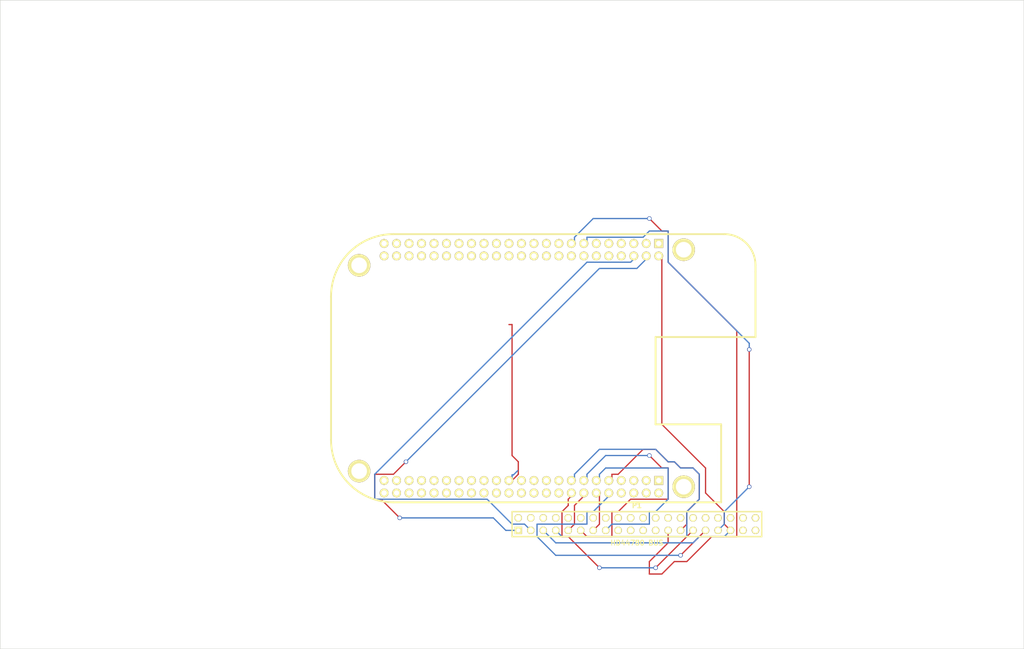
<source format=kicad_pcb>
(kicad_pcb (version 3) (host pcbnew "(2013-dec-23)-stable")

  (general
    (links 14)
    (no_connects 0)
    (area 69.85 40.64 279.4 173.99)
    (thickness 1.6)
    (drawings 5)
    (tracks 155)
    (zones 0)
    (modules 2)
    (nets 14)
  )

  (page A3)
  (layers
    (15 F.Cu signal)
    (0 B.Cu signal)
    (16 B.Adhes user)
    (17 F.Adhes user)
    (18 B.Paste user)
    (19 F.Paste user)
    (20 B.SilkS user)
    (21 F.SilkS user)
    (22 B.Mask user)
    (23 F.Mask user)
    (24 Dwgs.User user)
    (25 Cmts.User user)
    (26 Eco1.User user)
    (27 Eco2.User user)
    (28 Edge.Cuts user)
  )

  (setup
    (last_trace_width 0.254)
    (trace_clearance 0.254)
    (zone_clearance 0.508)
    (zone_45_only no)
    (trace_min 0.254)
    (segment_width 0.2)
    (edge_width 0.1)
    (via_size 0.889)
    (via_drill 0.635)
    (via_min_size 0.889)
    (via_min_drill 0.508)
    (uvia_size 0.508)
    (uvia_drill 0.127)
    (uvias_allowed no)
    (uvia_min_size 0.508)
    (uvia_min_drill 0.127)
    (pcb_text_width 0.3)
    (pcb_text_size 1.5 1.5)
    (mod_edge_width 0.15)
    (mod_text_size 1 1)
    (mod_text_width 0.15)
    (pad_size 1.5 1.5)
    (pad_drill 0.6)
    (pad_to_mask_clearance 0)
    (aux_axis_origin 0 0)
    (visible_elements FFFFFFBF)
    (pcbplotparams
      (layerselection 3178497)
      (usegerberextensions true)
      (excludeedgelayer true)
      (linewidth 0.150000)
      (plotframeref false)
      (viasonmask false)
      (mode 1)
      (useauxorigin false)
      (hpglpennumber 1)
      (hpglpenspeed 20)
      (hpglpendiameter 15)
      (hpglpenoverlay 2)
      (psnegative false)
      (psa4output false)
      (plotreference true)
      (plotvalue true)
      (plotothertext true)
      (plotinvisibletext false)
      (padsonsilk false)
      (subtractmaskfromsilk false)
      (outputformat 1)
      (mirror false)
      (drillshape 1)
      (scaleselection 1)
      (outputdirectory ""))
  )

  (net 0 "")
  (net 1 +3.3V)
  (net 2 +5V)
  (net 3 GND)
  (net 4 N-0000010)
  (net 5 N-0000021)
  (net 6 N-0000024)
  (net 7 N-0000026)
  (net 8 N-0000030)
  (net 9 N-0000032)
  (net 10 N-0000033)
  (net 11 N-0000035)
  (net 12 N-0000037)
  (net 13 N-000004)

  (net_class Default "This is the default net class."
    (clearance 0.254)
    (trace_width 0.254)
    (via_dia 0.889)
    (via_drill 0.635)
    (uvia_dia 0.508)
    (uvia_drill 0.127)
    (add_net "")
    (add_net +3.3V)
    (add_net +5V)
    (add_net GND)
    (add_net N-0000010)
    (add_net N-0000021)
    (add_net N-0000024)
    (add_net N-0000026)
    (add_net N-0000030)
    (add_net N-0000032)
    (add_net N-0000033)
    (add_net N-0000035)
    (add_net N-0000037)
    (add_net N-000004)
  )

  (module BEAGLEBONEBLACK   placed (layer F.Cu) (tedit 52ED8D82) (tstamp 53179A26)
    (at 181.61 116.84)
    (tags "beaglebone black")
    (path /531796EA)
    (fp_text reference U1 (at 0 1.778) (layer F.SilkS) hide
      (effects (font (size 1.524 1.524) (thickness 0.3048)))
    )
    (fp_text value BEAGLEBONEBLACK (at 0 -1.143) (layer F.SilkS) hide
      (effects (font (size 1.524 1.524) (thickness 0.3048)))
    )
    (fp_line (start 36.195 11.811) (end 36.195 11.43) (layer F.SilkS) (width 0.381))
    (fp_line (start 36.195 11.43) (end 22.86 11.43) (layer F.SilkS) (width 0.381))
    (fp_line (start 22.86 11.43) (end 22.86 -6.35) (layer F.SilkS) (width 0.381))
    (fp_line (start 22.86 -6.35) (end 43.18 -6.35) (layer F.SilkS) (width 0.381))
    (fp_line (start 43.18 -6.35) (end 43.18 -6.731) (layer F.SilkS) (width 0.381))
    (fp_line (start -30.48 27.305) (end 36.195 27.305) (layer F.SilkS) (width 0.381))
    (fp_line (start 36.195 27.305) (end 36.195 11.811) (layer F.SilkS) (width 0.381))
    (fp_line (start 43.18 -6.731) (end 43.18 -19.685) (layer F.SilkS) (width 0.381))
    (fp_line (start 43.18 -20.955) (end 43.18 -19.685) (layer F.SilkS) (width 0.381))
    (fp_line (start -30.48 -27.305) (end 36.83 -27.305) (layer F.SilkS) (width 0.381))
    (fp_line (start -43.18 -14.605) (end -43.18 14.605) (layer F.SilkS) (width 0.381))
    (fp_arc (start -30.48 -14.605) (end -43.18 -14.605) (angle 90) (layer F.SilkS) (width 0.381))
    (fp_arc (start -30.48 14.605) (end -30.48 27.305) (angle 90) (layer F.SilkS) (width 0.381))
    (fp_arc (start 36.83 -20.955) (end 36.83 -27.305) (angle 90) (layer F.SilkS) (width 0.381))
    (pad M1 thru_hole circle (at -37.465 -20.955) (size 4.572 4.572) (drill 3.175)
      (layers *.Cu *.Mask F.SilkS)
    )
    (pad M2 thru_hole circle (at 28.575 -24.13) (size 4.572 4.572) (drill 3.175)
      (layers *.Cu *.Mask F.SilkS)
    )
    (pad M3 thru_hole circle (at 28.575 24.13) (size 4.572 4.572) (drill 3.175)
      (layers *.Cu *.Mask F.SilkS)
    )
    (pad M4 thru_hole circle (at -37.465 20.955) (size 4.572 4.572) (drill 3.175)
      (layers *.Cu *.Mask F.SilkS)
    )
    (pad C1 thru_hole rect (at 23.495 -25.4) (size 1.8 1.8) (drill 1.1)
      (layers *.Cu *.Mask F.SilkS)
    )
    (pad C2 thru_hole circle (at 23.495 -22.86) (size 1.8 1.8) (drill 1.1)
      (layers *.Cu *.Mask F.SilkS)
      (net 3 GND)
    )
    (pad C3 thru_hole circle (at 20.955 -25.4) (size 1.8 1.8) (drill 1.1)
      (layers *.Cu *.Mask F.SilkS)
    )
    (pad C4 thru_hole circle (at 20.955 -22.86) (size 1.8 1.8) (drill 1.1)
      (layers *.Cu *.Mask F.SilkS)
      (net 1 +3.3V)
    )
    (pad C5 thru_hole circle (at 18.415 -25.4) (size 1.8 1.8) (drill 1.1)
      (layers *.Cu *.Mask F.SilkS)
    )
    (pad C6 thru_hole circle (at 18.415 -22.86) (size 1.8 1.8) (drill 1.1)
      (layers *.Cu *.Mask F.SilkS)
      (net 2 +5V)
    )
    (pad C7 thru_hole circle (at 15.875 -25.4) (size 1.8 1.8) (drill 1.1)
      (layers *.Cu *.Mask F.SilkS)
    )
    (pad C8 thru_hole circle (at 15.875 -22.86) (size 1.8 1.8) (drill 1.1)
      (layers *.Cu *.Mask F.SilkS)
    )
    (pad C9 thru_hole circle (at 13.335 -25.4) (size 1.8 1.8) (drill 1.1)
      (layers *.Cu *.Mask F.SilkS)
    )
    (pad C10 thru_hole circle (at 13.335 -22.86) (size 1.8 1.8) (drill 1.1)
      (layers *.Cu *.Mask F.SilkS)
    )
    (pad C11 thru_hole circle (at 10.795 -25.4) (size 1.8 1.8) (drill 1.1)
      (layers *.Cu *.Mask F.SilkS)
    )
    (pad C12 thru_hole circle (at 10.795 -22.86) (size 1.8 1.8) (drill 1.1)
      (layers *.Cu *.Mask F.SilkS)
    )
    (pad C13 thru_hole circle (at 8.255 -25.4) (size 1.8 1.8) (drill 1.1)
      (layers *.Cu *.Mask F.SilkS)
      (net 7 N-0000026)
    )
    (pad C14 thru_hole circle (at 8.255 -22.86) (size 1.8 1.8) (drill 1.1)
      (layers *.Cu *.Mask F.SilkS)
    )
    (pad C15 thru_hole circle (at 5.715 -25.4) (size 1.8 1.8) (drill 1.1)
      (layers *.Cu *.Mask F.SilkS)
      (net 8 N-0000030)
    )
    (pad C16 thru_hole circle (at 5.715 -22.86) (size 1.8 1.8) (drill 1.1)
      (layers *.Cu *.Mask F.SilkS)
    )
    (pad C17 thru_hole circle (at 3.175 -25.4) (size 1.8 1.8) (drill 1.1)
      (layers *.Cu *.Mask F.SilkS)
    )
    (pad C18 thru_hole circle (at 3.175 -22.86) (size 1.8 1.8) (drill 1.1)
      (layers *.Cu *.Mask F.SilkS)
    )
    (pad C19 thru_hole circle (at 0.635 -25.4) (size 1.8 1.8) (drill 1.1)
      (layers *.Cu *.Mask F.SilkS)
    )
    (pad C20 thru_hole circle (at 0.635 -22.86) (size 1.8 1.8) (drill 1.1)
      (layers *.Cu *.Mask F.SilkS)
    )
    (pad C21 thru_hole circle (at -1.905 -25.4) (size 1.8 1.8) (drill 1.1)
      (layers *.Cu *.Mask F.SilkS)
    )
    (pad C22 thru_hole circle (at -1.905 -22.86) (size 1.8 1.8) (drill 1.1)
      (layers *.Cu *.Mask F.SilkS)
    )
    (pad C23 thru_hole circle (at -4.445 -25.4) (size 1.8 1.8) (drill 1.1)
      (layers *.Cu *.Mask F.SilkS)
    )
    (pad C24 thru_hole circle (at -4.445 -22.86) (size 1.8 1.8) (drill 1.1)
      (layers *.Cu *.Mask F.SilkS)
    )
    (pad C25 thru_hole circle (at -6.985 -25.4) (size 1.8 1.8) (drill 1.1)
      (layers *.Cu *.Mask F.SilkS)
    )
    (pad C26 thru_hole circle (at -6.985 -22.86) (size 1.8 1.8) (drill 1.1)
      (layers *.Cu *.Mask F.SilkS)
    )
    (pad C27 thru_hole circle (at -9.525 -25.4) (size 1.8 1.8) (drill 1.1)
      (layers *.Cu *.Mask F.SilkS)
    )
    (pad C28 thru_hole circle (at -9.525 -22.86) (size 1.8 1.8) (drill 1.1)
      (layers *.Cu *.Mask F.SilkS)
    )
    (pad C29 thru_hole circle (at -12.065 -25.4) (size 1.8 1.8) (drill 1.1)
      (layers *.Cu *.Mask F.SilkS)
    )
    (pad C30 thru_hole circle (at -12.065 -22.86) (size 1.8 1.8) (drill 1.1)
      (layers *.Cu *.Mask F.SilkS)
    )
    (pad C31 thru_hole circle (at -14.605 -25.4) (size 1.8 1.8) (drill 1.1)
      (layers *.Cu *.Mask F.SilkS)
    )
    (pad C32 thru_hole circle (at -14.605 -22.86) (size 1.8 1.8) (drill 1.1)
      (layers *.Cu *.Mask F.SilkS)
    )
    (pad C33 thru_hole circle (at -17.145 -25.4) (size 1.8 1.8) (drill 1.1)
      (layers *.Cu *.Mask F.SilkS)
    )
    (pad C34 thru_hole circle (at -17.145 -22.86) (size 1.8 1.8) (drill 1.1)
      (layers *.Cu *.Mask F.SilkS)
    )
    (pad C35 thru_hole circle (at -19.685 -25.4) (size 1.8 1.8) (drill 1.1)
      (layers *.Cu *.Mask F.SilkS)
    )
    (pad C36 thru_hole circle (at -19.685 -22.86) (size 1.8 1.8) (drill 1.1)
      (layers *.Cu *.Mask F.SilkS)
    )
    (pad C37 thru_hole circle (at -22.225 -25.4) (size 1.8 1.8) (drill 1.1)
      (layers *.Cu *.Mask F.SilkS)
    )
    (pad C38 thru_hole circle (at -22.225 -22.86) (size 1.8 1.8) (drill 1.1)
      (layers *.Cu *.Mask F.SilkS)
    )
    (pad C39 thru_hole circle (at -24.765 -25.4) (size 1.8 1.8) (drill 1.1)
      (layers *.Cu *.Mask F.SilkS)
    )
    (pad C40 thru_hole circle (at -24.765 -22.86) (size 1.8 1.8) (drill 1.1)
      (layers *.Cu *.Mask F.SilkS)
    )
    (pad C41 thru_hole circle (at -27.305 -25.4) (size 1.8 1.8) (drill 1.1)
      (layers *.Cu *.Mask F.SilkS)
    )
    (pad C42 thru_hole circle (at -27.305 -22.86) (size 1.8 1.8) (drill 1.1)
      (layers *.Cu *.Mask F.SilkS)
    )
    (pad C43 thru_hole circle (at -29.845 -25.4) (size 1.8 1.8) (drill 1.1)
      (layers *.Cu *.Mask F.SilkS)
    )
    (pad C44 thru_hole circle (at -29.845 -22.86) (size 1.8 1.8) (drill 1.1)
      (layers *.Cu *.Mask F.SilkS)
    )
    (pad C45 thru_hole circle (at -32.385 -25.4) (size 1.8 1.8) (drill 1.1)
      (layers *.Cu *.Mask F.SilkS)
    )
    (pad C46 thru_hole circle (at -32.385 -22.86) (size 1.8 1.8) (drill 1.1)
      (layers *.Cu *.Mask F.SilkS)
    )
    (pad B1 thru_hole rect (at 23.495 22.86) (size 1.8 1.8) (drill 1.1)
      (layers *.Cu *.Mask F.SilkS)
    )
    (pad B2 thru_hole circle (at 23.495 25.4) (size 1.8 1.8) (drill 1.1)
      (layers *.Cu *.Mask F.SilkS)
    )
    (pad B3 thru_hole circle (at 20.955 22.86) (size 1.8 1.8) (drill 1.1)
      (layers *.Cu *.Mask F.SilkS)
    )
    (pad B4 thru_hole circle (at 20.955 25.4) (size 1.8 1.8) (drill 1.1)
      (layers *.Cu *.Mask F.SilkS)
    )
    (pad B5 thru_hole circle (at 18.415 22.86) (size 1.8 1.8) (drill 1.1)
      (layers *.Cu *.Mask F.SilkS)
    )
    (pad B6 thru_hole circle (at 18.415 25.4) (size 1.8 1.8) (drill 1.1)
      (layers *.Cu *.Mask F.SilkS)
    )
    (pad B7 thru_hole circle (at 15.875 22.86) (size 1.8 1.8) (drill 1.1)
      (layers *.Cu *.Mask F.SilkS)
    )
    (pad B8 thru_hole circle (at 15.875 25.4) (size 1.8 1.8) (drill 1.1)
      (layers *.Cu *.Mask F.SilkS)
    )
    (pad B9 thru_hole circle (at 13.335 22.86) (size 1.8 1.8) (drill 1.1)
      (layers *.Cu *.Mask F.SilkS)
      (net 13 N-000004)
    )
    (pad B10 thru_hole circle (at 13.335 25.4) (size 1.8 1.8) (drill 1.1)
      (layers *.Cu *.Mask F.SilkS)
      (net 5 N-0000021)
    )
    (pad B11 thru_hole circle (at 10.795 22.86) (size 1.8 1.8) (drill 1.1)
      (layers *.Cu *.Mask F.SilkS)
      (net 9 N-0000032)
    )
    (pad B12 thru_hole circle (at 10.795 25.4) (size 1.8 1.8) (drill 1.1)
      (layers *.Cu *.Mask F.SilkS)
      (net 6 N-0000024)
    )
    (pad B13 thru_hole circle (at 8.255 22.86) (size 1.8 1.8) (drill 1.1)
      (layers *.Cu *.Mask F.SilkS)
      (net 12 N-0000037)
    )
    (pad B14 thru_hole circle (at 8.255 25.4) (size 1.8 1.8) (drill 1.1)
      (layers *.Cu *.Mask F.SilkS)
      (net 10 N-0000033)
    )
    (pad B15 thru_hole circle (at 5.715 22.86) (size 1.8 1.8) (drill 1.1)
      (layers *.Cu *.Mask F.SilkS)
      (net 11 N-0000035)
    )
    (pad B16 thru_hole circle (at 5.715 25.4) (size 1.8 1.8) (drill 1.1)
      (layers *.Cu *.Mask F.SilkS)
      (net 4 N-0000010)
    )
    (pad B17 thru_hole circle (at 3.175 22.86) (size 1.8 1.8) (drill 1.1)
      (layers *.Cu *.Mask F.SilkS)
    )
    (pad B18 thru_hole circle (at 3.175 25.4) (size 1.8 1.8) (drill 1.1)
      (layers *.Cu *.Mask F.SilkS)
    )
    (pad B19 thru_hole circle (at 0.635 22.86) (size 1.8 1.8) (drill 1.1)
      (layers *.Cu *.Mask F.SilkS)
    )
    (pad B20 thru_hole circle (at 0.635 25.4) (size 1.8 1.8) (drill 1.1)
      (layers *.Cu *.Mask F.SilkS)
    )
    (pad B21 thru_hole circle (at -1.905 22.86) (size 1.8 1.8) (drill 1.1)
      (layers *.Cu *.Mask F.SilkS)
    )
    (pad B22 thru_hole circle (at -1.905 25.4) (size 1.8 1.8) (drill 1.1)
      (layers *.Cu *.Mask F.SilkS)
    )
    (pad B23 thru_hole circle (at -4.445 22.86) (size 1.8 1.8) (drill 1.1)
      (layers *.Cu *.Mask F.SilkS)
    )
    (pad B24 thru_hole circle (at -4.445 25.4) (size 1.8 1.8) (drill 1.1)
      (layers *.Cu *.Mask F.SilkS)
    )
    (pad B25 thru_hole circle (at -6.985 22.86) (size 1.8 1.8) (drill 1.1)
      (layers *.Cu *.Mask F.SilkS)
    )
    (pad B26 thru_hole circle (at -6.985 25.4) (size 1.8 1.8) (drill 1.1)
      (layers *.Cu *.Mask F.SilkS)
    )
    (pad B27 thru_hole circle (at -9.525 22.86) (size 1.8 1.8) (drill 1.1)
      (layers *.Cu *.Mask F.SilkS)
    )
    (pad B28 thru_hole circle (at -9.525 25.4) (size 1.8 1.8) (drill 1.1)
      (layers *.Cu *.Mask F.SilkS)
    )
    (pad B29 thru_hole circle (at -12.065 22.86) (size 1.8 1.8) (drill 1.1)
      (layers *.Cu *.Mask F.SilkS)
    )
    (pad B30 thru_hole circle (at -12.065 25.4) (size 1.8 1.8) (drill 1.1)
      (layers *.Cu *.Mask F.SilkS)
    )
    (pad B31 thru_hole circle (at -14.605 22.86) (size 1.8 1.8) (drill 1.1)
      (layers *.Cu *.Mask F.SilkS)
    )
    (pad B32 thru_hole circle (at -14.605 25.4) (size 1.8 1.8) (drill 1.1)
      (layers *.Cu *.Mask F.SilkS)
    )
    (pad B33 thru_hole circle (at -17.145 22.86) (size 1.8 1.8) (drill 1.1)
      (layers *.Cu *.Mask F.SilkS)
    )
    (pad B34 thru_hole circle (at -17.145 25.4) (size 1.8 1.8) (drill 1.1)
      (layers *.Cu *.Mask F.SilkS)
    )
    (pad B35 thru_hole circle (at -19.685 22.86) (size 1.8 1.8) (drill 1.1)
      (layers *.Cu *.Mask F.SilkS)
    )
    (pad B36 thru_hole circle (at -19.685 25.4) (size 1.8 1.8) (drill 1.1)
      (layers *.Cu *.Mask F.SilkS)
    )
    (pad B37 thru_hole circle (at -22.225 22.86) (size 1.8 1.8) (drill 1.1)
      (layers *.Cu *.Mask F.SilkS)
    )
    (pad B38 thru_hole circle (at -22.225 25.4) (size 1.8 1.8) (drill 1.1)
      (layers *.Cu *.Mask F.SilkS)
    )
    (pad B39 thru_hole circle (at -24.765 22.86) (size 1.8 1.8) (drill 1.1)
      (layers *.Cu *.Mask F.SilkS)
    )
    (pad B40 thru_hole circle (at -24.765 25.4) (size 1.8 1.8) (drill 1.1)
      (layers *.Cu *.Mask F.SilkS)
    )
    (pad B41 thru_hole circle (at -27.305 22.86) (size 1.8 1.8) (drill 1.1)
      (layers *.Cu *.Mask F.SilkS)
    )
    (pad B42 thru_hole circle (at -27.305 25.4) (size 1.8 1.8) (drill 1.1)
      (layers *.Cu *.Mask F.SilkS)
    )
    (pad B43 thru_hole circle (at -29.845 22.86) (size 1.8 1.8) (drill 1.1)
      (layers *.Cu *.Mask F.SilkS)
    )
    (pad B44 thru_hole circle (at -29.845 25.4) (size 1.8 1.8) (drill 1.1)
      (layers *.Cu *.Mask F.SilkS)
    )
    (pad B45 thru_hole circle (at -32.385 22.86) (size 1.8 1.8) (drill 1.1)
      (layers *.Cu *.Mask F.SilkS)
    )
    (pad B46 thru_hole circle (at -32.385 25.4) (size 1.8 1.8) (drill 1.1)
      (layers *.Cu *.Mask F.SilkS)
    )
  )

  (module PIN_ARRAY_20X2   placed (layer F.Cu) (tedit 444612A3) (tstamp 53179C16)
    (at 200.66 148.59)
    (descr "Double rangee de contacts 2 x 12 pins")
    (tags CONN)
    (path /53179AC1)
    (fp_text reference P1 (at 0 -3.81) (layer F.SilkS)
      (effects (font (size 1.016 1.016) (thickness 0.27432)))
    )
    (fp_text value "HD44780 BUS" (at 0 3.81) (layer F.SilkS)
      (effects (font (size 1.016 1.016) (thickness 0.2032)))
    )
    (fp_line (start 25.4 2.54) (end -25.4 2.54) (layer F.SilkS) (width 0.3048))
    (fp_line (start 25.4 -2.54) (end -25.4 -2.54) (layer F.SilkS) (width 0.3048))
    (fp_line (start 25.4 -2.54) (end 25.4 2.54) (layer F.SilkS) (width 0.3048))
    (fp_line (start -25.4 -2.54) (end -25.4 2.54) (layer F.SilkS) (width 0.3048))
    (pad 1 thru_hole rect (at -24.13 1.27) (size 1.524 1.524) (drill 0.8128)
      (layers *.Cu *.Mask F.SilkS)
      (net 1 +3.3V)
    )
    (pad 2 thru_hole circle (at -24.13 -1.27) (size 1.524 1.524) (drill 1.016)
      (layers *.Cu *.Mask F.SilkS)
    )
    (pad 11 thru_hole circle (at -11.43 1.27) (size 1.524 1.524) (drill 1.016)
      (layers *.Cu *.Mask F.SilkS)
      (net 12 N-0000037)
    )
    (pad 4 thru_hole circle (at -21.59 -1.27) (size 1.524 1.524) (drill 1.016)
      (layers *.Cu *.Mask F.SilkS)
    )
    (pad 13 thru_hole circle (at -8.89 1.27) (size 1.524 1.524) (drill 1.016)
      (layers *.Cu *.Mask F.SilkS)
      (net 6 N-0000024)
    )
    (pad 6 thru_hole circle (at -19.05 -1.27) (size 1.524 1.524) (drill 1.016)
      (layers *.Cu *.Mask F.SilkS)
    )
    (pad 15 thru_hole circle (at -6.35 1.27) (size 1.524 1.524) (drill 1.016)
      (layers *.Cu *.Mask F.SilkS)
      (net 9 N-0000032)
    )
    (pad 8 thru_hole circle (at -16.51 -1.27) (size 1.524 1.524) (drill 1.016)
      (layers *.Cu *.Mask F.SilkS)
    )
    (pad 17 thru_hole circle (at -3.81 1.27) (size 1.524 1.524) (drill 1.016)
      (layers *.Cu *.Mask F.SilkS)
    )
    (pad 10 thru_hole circle (at -13.97 -1.27) (size 1.524 1.524) (drill 1.016)
      (layers *.Cu *.Mask F.SilkS)
    )
    (pad 19 thru_hole circle (at -1.27 1.27) (size 1.524 1.524) (drill 1.016)
      (layers *.Cu *.Mask F.SilkS)
    )
    (pad 12 thru_hole circle (at -11.43 -1.27) (size 1.524 1.524) (drill 1.016)
      (layers *.Cu *.Mask F.SilkS)
    )
    (pad 21 thru_hole circle (at 1.27 1.27) (size 1.524 1.524) (drill 1.016)
      (layers *.Cu *.Mask F.SilkS)
    )
    (pad 14 thru_hole circle (at -8.89 -1.27) (size 1.524 1.524) (drill 1.016)
      (layers *.Cu *.Mask F.SilkS)
    )
    (pad 23 thru_hole circle (at 3.81 1.27) (size 1.524 1.524) (drill 1.016)
      (layers *.Cu *.Mask F.SilkS)
    )
    (pad 16 thru_hole circle (at -6.35 -1.27) (size 1.524 1.524) (drill 1.016)
      (layers *.Cu *.Mask F.SilkS)
    )
    (pad 25 thru_hole circle (at 6.35 1.27) (size 1.524 1.524) (drill 1.016)
      (layers *.Cu *.Mask F.SilkS)
      (net 8 N-0000030)
    )
    (pad 18 thru_hole circle (at -3.81 -1.27) (size 1.524 1.524) (drill 1.016)
      (layers *.Cu *.Mask F.SilkS)
    )
    (pad 27 thru_hole circle (at 8.89 1.27) (size 1.524 1.524) (drill 1.016)
      (layers *.Cu *.Mask F.SilkS)
      (net 13 N-000004)
    )
    (pad 20 thru_hole circle (at -1.27 -1.27) (size 1.524 1.524) (drill 1.016)
      (layers *.Cu *.Mask F.SilkS)
    )
    (pad 29 thru_hole circle (at 11.43 1.27) (size 1.524 1.524) (drill 1.016)
      (layers *.Cu *.Mask F.SilkS)
      (net 4 N-0000010)
    )
    (pad 22 thru_hole circle (at 1.27 -1.27) (size 1.524 1.524) (drill 1.016)
      (layers *.Cu *.Mask F.SilkS)
    )
    (pad 31 thru_hole circle (at 13.97 1.27) (size 1.524 1.524) (drill 1.016)
      (layers *.Cu *.Mask F.SilkS)
      (net 5 N-0000021)
    )
    (pad 24 thru_hole circle (at 3.81 -1.27) (size 1.524 1.524) (drill 1.016)
      (layers *.Cu *.Mask F.SilkS)
    )
    (pad 26 thru_hole circle (at 6.35 -1.27) (size 1.524 1.524) (drill 1.016)
      (layers *.Cu *.Mask F.SilkS)
    )
    (pad 33 thru_hole circle (at 16.51 1.27) (size 1.524 1.524) (drill 1.016)
      (layers *.Cu *.Mask F.SilkS)
      (net 7 N-0000026)
    )
    (pad 28 thru_hole circle (at 8.89 -1.27) (size 1.524 1.524) (drill 1.016)
      (layers *.Cu *.Mask F.SilkS)
    )
    (pad 32 thru_hole circle (at 13.97 -1.27) (size 1.524 1.524) (drill 1.016)
      (layers *.Cu *.Mask F.SilkS)
    )
    (pad 34 thru_hole circle (at 16.51 -1.27) (size 1.524 1.524) (drill 1.016)
      (layers *.Cu *.Mask F.SilkS)
    )
    (pad 36 thru_hole circle (at 19.05 -1.27) (size 1.524 1.524) (drill 1.016)
      (layers *.Cu *.Mask F.SilkS)
    )
    (pad 38 thru_hole circle (at 21.59 -1.27) (size 1.524 1.524) (drill 1.016)
      (layers *.Cu *.Mask F.SilkS)
    )
    (pad 35 thru_hole circle (at 19.05 1.27) (size 1.524 1.524) (drill 1.016)
      (layers *.Cu *.Mask F.SilkS)
      (net 3 GND)
    )
    (pad 37 thru_hole circle (at 21.59 1.27) (size 1.524 1.524) (drill 1.016)
      (layers *.Cu *.Mask F.SilkS)
    )
    (pad 3 thru_hole circle (at -21.59 1.27) (size 1.524 1.524) (drill 1.016)
      (layers *.Cu *.Mask F.SilkS)
      (net 2 +5V)
    )
    (pad 5 thru_hole circle (at -19.05 1.27) (size 1.524 1.524) (drill 1.016)
      (layers *.Cu *.Mask F.SilkS)
      (net 3 GND)
    )
    (pad 7 thru_hole circle (at -16.51 1.27) (size 1.524 1.524) (drill 1.016)
      (layers *.Cu *.Mask F.SilkS)
      (net 11 N-0000035)
    )
    (pad 9 thru_hole circle (at -13.97 1.27) (size 1.524 1.524) (drill 1.016)
      (layers *.Cu *.Mask F.SilkS)
      (net 10 N-0000033)
    )
    (pad 39 thru_hole circle (at 24.13 1.27) (size 1.524 1.524) (drill 1.016)
      (layers *.Cu *.Mask F.SilkS)
    )
    (pad 40 thru_hole circle (at 24.13 -1.27) (size 1.524 1.524) (drill 1.016)
      (layers *.Cu *.Mask F.SilkS)
    )
    (pad 30 thru_hole circle (at 11.43 -1.27) (size 1.524 1.524) (drill 1.016)
      (layers *.Cu *.Mask F.SilkS)
    )
    (model pin_array/pins_array_20x2.wrl
      (at (xyz 0 0 0))
      (scale (xyz 1 1 1))
      (rotate (xyz 0 0 0))
    )
  )

  (gr_line (start 71.12 41.91) (end 77.47 41.91) (angle 90) (layer Edge.Cuts) (width 0.1))
  (gr_line (start 71.12 173.99) (end 71.12 41.91) (angle 90) (layer Edge.Cuts) (width 0.1))
  (gr_line (start 279.4 173.99) (end 71.12 173.99) (angle 90) (layer Edge.Cuts) (width 0.1))
  (gr_line (start 279.4 41.91) (end 279.4 173.99) (angle 90) (layer Edge.Cuts) (width 0.1))
  (gr_line (start 77.47 41.91) (end 279.4 41.91) (angle 90) (layer Edge.Cuts) (width 0.1))

  (segment (start 175.26 139.7) (end 176.53 138.43) (width 0.254) (layer F.Cu) (net 0) (status 80000))
  (segment (start 176.53 138.43) (end 176.53 135.89) (width 0.254) (layer F.Cu) (net 0) (status 80000))
  (segment (start 176.53 135.89) (end 175.26 134.62) (width 0.254) (layer F.Cu) (net 0) (status 80000))
  (segment (start 175.26 134.62) (end 175.26 107.95) (width 0.254) (layer F.Cu) (net 0) (status 80000))
  (segment (start 175.26 107.95) (end 174.625 107.95) (width 0.254) (layer F.Cu) (net 0) (tstamp 53179ED1) (status 80000))
  (segment (start 175.5459 138.5567) (end 175.26 138.5567) (width 0.254) (layer B.Cu) (net 0))
  (segment (start 176.4033 137.6993) (end 175.5459 138.5567) (width 0.254) (layer B.Cu) (net 0))
  (segment (start 175.26 139.7) (end 175.26 138.5567) (width 0.254) (layer B.Cu) (net 0))
  (segment (start 176.53 149.86) (end 173.99 149.86) (width 0.254) (layer B.Cu) (net 1) (status 80000))
  (segment (start 173.99 149.86) (end 171.45 147.32) (width 0.254) (layer B.Cu) (net 1) (status 80000))
  (segment (start 171.45 147.32) (end 152.4 147.32) (width 0.254) (layer B.Cu) (net 1) (status 80000))
  (via (at 152.4 147.32) (size 0.889) (layers F.Cu B.Cu) (net 1) (status 80000))
  (segment (start 152.4 147.32) (end 148.59 143.51) (width 0.254) (layer F.Cu) (net 1) (status 80000))
  (segment (start 148.59 143.51) (end 147.32 143.51) (width 0.254) (layer F.Cu) (net 1) (status 80000))
  (segment (start 147.32 143.51) (end 147.32 138.43) (width 0.254) (layer F.Cu) (net 1) (status 80000))
  (segment (start 147.32 138.43) (end 151.13 138.43) (width 0.254) (layer F.Cu) (net 1) (status 80000))
  (segment (start 151.13 138.43) (end 153.67 135.89) (width 0.254) (layer F.Cu) (net 1) (status 80000))
  (via (at 153.67 135.89) (size 0.889) (layers F.Cu B.Cu) (net 1) (status 80000))
  (segment (start 153.67 135.89) (end 193.04 96.52) (width 0.254) (layer B.Cu) (net 1) (status 80000))
  (segment (start 193.04 96.52) (end 200.66 96.52) (width 0.254) (layer B.Cu) (net 1) (status 80000))
  (segment (start 200.66 96.52) (end 203.2 93.98) (width 0.254) (layer B.Cu) (net 1) (status 80000))
  (segment (start 203.2 93.98) (end 202.565 93.98) (width 0.254) (layer B.Cu) (net 1) (tstamp 5317AD0C) (status 80000))
  (segment (start 179.07 149.86) (end 177.8 148.59) (width 0.254) (layer B.Cu) (net 2) (status 80000))
  (segment (start 177.8 148.59) (end 175.26 148.59) (width 0.254) (layer B.Cu) (net 2) (status 80000))
  (segment (start 175.26 148.59) (end 170.18 143.51) (width 0.254) (layer B.Cu) (net 2) (status 80000))
  (segment (start 170.18 143.51) (end 147.32 143.51) (width 0.254) (layer B.Cu) (net 2) (status 80000))
  (segment (start 147.32 143.51) (end 147.32 138.43) (width 0.254) (layer B.Cu) (net 2) (status 80000))
  (segment (start 147.32 138.43) (end 190.5 95.25) (width 0.254) (layer B.Cu) (net 2) (status 80000))
  (segment (start 190.5 95.25) (end 199.39 95.25) (width 0.254) (layer B.Cu) (net 2) (status 80000))
  (segment (start 199.39 95.25) (end 200.66 93.98) (width 0.254) (layer B.Cu) (net 2) (status 80000))
  (segment (start 200.66 93.98) (end 200.025 93.98) (width 0.254) (layer B.Cu) (net 2) (tstamp 5317AD0B) (status 80000))
  (segment (start 219.71 149.86) (end 218.44 148.59) (width 0.254) (layer F.Cu) (net 3) (status 80000))
  (segment (start 218.44 148.59) (end 218.44 146.05) (width 0.254) (layer F.Cu) (net 3) (status 80000))
  (segment (start 218.44 146.05) (end 214.63 142.24) (width 0.254) (layer F.Cu) (net 3) (status 80000))
  (segment (start 214.63 142.24) (end 214.63 137.16) (width 0.254) (layer F.Cu) (net 3) (status 80000))
  (segment (start 214.63 137.16) (end 205.74 128.27) (width 0.254) (layer F.Cu) (net 3) (status 80000))
  (segment (start 205.74 128.27) (end 205.74 93.98) (width 0.254) (layer F.Cu) (net 3) (status 80000))
  (segment (start 205.74 93.98) (end 205.105 93.98) (width 0.254) (layer F.Cu) (net 3) (tstamp 5317AD0A) (status 80000))
  (segment (start 181.61 149.86) (end 184.15 152.4) (width 0.254) (layer B.Cu) (net 3) (status 80000))
  (segment (start 184.15 152.4) (end 212.09 152.4) (width 0.254) (layer B.Cu) (net 3) (status 80000))
  (segment (start 212.09 152.4) (end 213.36 151.13) (width 0.254) (layer B.Cu) (net 3) (status 80000))
  (segment (start 213.36 151.13) (end 218.44 151.13) (width 0.254) (layer B.Cu) (net 3) (status 80000))
  (segment (start 218.44 151.13) (end 219.71 149.86) (width 0.254) (layer B.Cu) (net 3) (status 80000))
  (segment (start 212.09 149.86) (end 204.47 157.48) (width 0.254) (layer F.Cu) (net 4) (status 80000))
  (via (at 204.47 157.48) (size 0.889) (layers F.Cu B.Cu) (net 4) (status 80000))
  (segment (start 204.47 157.48) (end 193.04 157.48) (width 0.254) (layer B.Cu) (net 4) (status 80000))
  (via (at 193.04 157.48) (size 0.889) (layers F.Cu B.Cu) (net 4) (status 80000))
  (segment (start 193.04 157.48) (end 186.69 151.13) (width 0.254) (layer F.Cu) (net 4) (status 80000))
  (segment (start 186.69 151.13) (end 185.42 151.13) (width 0.254) (layer F.Cu) (net 4) (status 80000))
  (segment (start 185.42 151.13) (end 185.42 146.05) (width 0.254) (layer F.Cu) (net 4) (status 80000))
  (segment (start 185.42 146.05) (end 186.69 144.78) (width 0.254) (layer F.Cu) (net 4) (status 80000))
  (segment (start 186.69 144.78) (end 186.69 143.51) (width 0.254) (layer F.Cu) (net 4) (status 80000))
  (segment (start 186.69 143.51) (end 187.96 142.24) (width 0.254) (layer F.Cu) (net 4) (status 80000))
  (segment (start 187.96 142.24) (end 187.325 142.24) (width 0.254) (layer F.Cu) (net 4) (tstamp 5317AD08) (status 80000))
  (segment (start 194.945 142.24) (end 195.58 142.24) (width 0.254) (layer B.Cu) (net 5) (status 80000))
  (segment (start 195.58 142.24) (end 191.77 146.05) (width 0.254) (layer B.Cu) (net 5) (status 80000))
  (segment (start 191.77 146.05) (end 190.5 146.05) (width 0.254) (layer B.Cu) (net 5) (status 80000))
  (segment (start 190.5 146.05) (end 190.5 148.59) (width 0.254) (layer B.Cu) (net 5) (status 80000))
  (segment (start 190.5 148.59) (end 180.34 148.59) (width 0.254) (layer B.Cu) (net 5) (status 80000))
  (segment (start 180.34 148.59) (end 180.34 151.13) (width 0.254) (layer B.Cu) (net 5) (status 80000))
  (segment (start 180.34 151.13) (end 184.15 154.94) (width 0.254) (layer B.Cu) (net 5) (status 80000))
  (segment (start 184.15 154.94) (end 209.55 154.94) (width 0.254) (layer B.Cu) (net 5) (status 80000))
  (via (at 209.55 154.94) (size 0.889) (layers F.Cu B.Cu) (net 5) (status 80000))
  (segment (start 209.55 154.94) (end 214.63 149.86) (width 0.254) (layer F.Cu) (net 5) (status 80000))
  (segment (start 192.405 142.24) (end 193.04 142.24) (width 0.254) (layer F.Cu) (net 6) (status 80000))
  (segment (start 193.04 142.24) (end 193.04 148.59) (width 0.254) (layer F.Cu) (net 6) (status 80000))
  (segment (start 193.04 148.59) (end 191.77 149.86) (width 0.254) (layer F.Cu) (net 6) (status 80000))
  (segment (start 217.17 149.86) (end 218.44 148.59) (width 0.254) (layer B.Cu) (net 7) (status 80000))
  (segment (start 218.44 148.59) (end 218.44 146.05) (width 0.254) (layer B.Cu) (net 7) (status 80000))
  (segment (start 218.44 146.05) (end 223.52 140.97) (width 0.254) (layer B.Cu) (net 7) (status 80000))
  (via (at 223.52 140.97) (size 0.889) (layers F.Cu B.Cu) (net 7) (status 80000))
  (segment (start 223.52 140.97) (end 223.52 113.03) (width 0.254) (layer F.Cu) (net 7) (status 80000))
  (via (at 223.52 113.03) (size 0.889) (layers F.Cu B.Cu) (net 7) (status 80000))
  (segment (start 223.52 113.03) (end 223.52 111.76) (width 0.254) (layer B.Cu) (net 7) (status 80000))
  (segment (start 223.52 111.76) (end 207.01 95.25) (width 0.254) (layer B.Cu) (net 7) (status 80000))
  (segment (start 207.01 95.25) (end 207.01 88.9) (width 0.254) (layer B.Cu) (net 7) (status 80000))
  (segment (start 207.01 88.9) (end 203.2 88.9) (width 0.254) (layer B.Cu) (net 7) (status 80000))
  (segment (start 203.2 88.9) (end 201.93 90.17) (width 0.254) (layer B.Cu) (net 7) (status 80000))
  (segment (start 201.93 90.17) (end 190.5 90.17) (width 0.254) (layer B.Cu) (net 7) (status 80000))
  (segment (start 190.5 90.17) (end 190.5 91.44) (width 0.254) (layer B.Cu) (net 7) (status 80000))
  (segment (start 190.5 91.44) (end 189.865 91.44) (width 0.254) (layer B.Cu) (net 7) (tstamp 5317AD0D) (status 80000))
  (segment (start 187.325 91.44) (end 187.96 91.44) (width 0.254) (layer B.Cu) (net 8) (status 80000))
  (segment (start 187.96 91.44) (end 187.96 90.17) (width 0.254) (layer B.Cu) (net 8) (status 80000))
  (segment (start 187.96 90.17) (end 191.77 86.36) (width 0.254) (layer B.Cu) (net 8) (status 80000))
  (segment (start 191.77 86.36) (end 203.2 86.36) (width 0.254) (layer B.Cu) (net 8) (status 80000))
  (via (at 203.2 86.36) (size 0.889) (layers F.Cu B.Cu) (net 8) (status 80000))
  (segment (start 203.2 86.36) (end 205.74 88.9) (width 0.254) (layer F.Cu) (net 8) (status 80000))
  (segment (start 205.74 88.9) (end 207.01 88.9) (width 0.254) (layer F.Cu) (net 8) (status 80000))
  (segment (start 207.01 88.9) (end 207.01 95.25) (width 0.254) (layer F.Cu) (net 8) (status 80000))
  (segment (start 207.01 95.25) (end 220.98 109.22) (width 0.254) (layer F.Cu) (net 8) (status 80000))
  (segment (start 220.98 109.22) (end 220.98 151.13) (width 0.254) (layer F.Cu) (net 8) (status 80000))
  (segment (start 220.98 151.13) (end 215.9 151.13) (width 0.254) (layer F.Cu) (net 8) (status 80000))
  (segment (start 215.9 151.13) (end 210.82 156.21) (width 0.254) (layer F.Cu) (net 8) (status 80000))
  (segment (start 210.82 156.21) (end 208.28 156.21) (width 0.254) (layer F.Cu) (net 8) (status 80000))
  (segment (start 208.28 156.21) (end 205.74 158.75) (width 0.254) (layer F.Cu) (net 8) (status 80000))
  (segment (start 205.74 158.75) (end 203.2 158.75) (width 0.254) (layer F.Cu) (net 8) (status 80000))
  (segment (start 203.2 158.75) (end 203.2 156.21) (width 0.254) (layer F.Cu) (net 8) (status 80000))
  (segment (start 203.2 156.21) (end 207.01 152.4) (width 0.254) (layer F.Cu) (net 8) (status 80000))
  (segment (start 207.01 152.4) (end 207.01 149.86) (width 0.254) (layer F.Cu) (net 8) (status 80000))
  (segment (start 192.405 139.7) (end 193.04 139.7) (width 0.254) (layer B.Cu) (net 9) (status 80000))
  (segment (start 193.04 139.7) (end 193.04 138.43) (width 0.254) (layer B.Cu) (net 9) (status 80000))
  (segment (start 193.04 138.43) (end 194.31 137.16) (width 0.254) (layer B.Cu) (net 9) (status 80000))
  (segment (start 194.31 137.16) (end 207.01 137.16) (width 0.254) (layer B.Cu) (net 9) (status 80000))
  (segment (start 207.01 137.16) (end 207.01 143.51) (width 0.254) (layer B.Cu) (net 9) (status 80000))
  (segment (start 207.01 143.51) (end 204.47 146.05) (width 0.254) (layer B.Cu) (net 9) (status 80000))
  (segment (start 204.47 146.05) (end 203.2 146.05) (width 0.254) (layer B.Cu) (net 9) (status 80000))
  (segment (start 203.2 146.05) (end 203.2 148.59) (width 0.254) (layer B.Cu) (net 9) (status 80000))
  (segment (start 203.2 148.59) (end 195.58 148.59) (width 0.254) (layer B.Cu) (net 9) (status 80000))
  (segment (start 195.58 148.59) (end 194.31 149.86) (width 0.254) (layer B.Cu) (net 9) (status 80000))
  (segment (start 189.865 142.24) (end 190.5 142.24) (width 0.254) (layer F.Cu) (net 10) (status 80000))
  (segment (start 190.5 142.24) (end 187.96 144.78) (width 0.254) (layer F.Cu) (net 10) (status 80000))
  (segment (start 187.96 144.78) (end 187.96 148.59) (width 0.254) (layer F.Cu) (net 10) (status 80000))
  (segment (start 187.96 148.59) (end 186.69 149.86) (width 0.254) (layer F.Cu) (net 10) (status 80000))
  (segment (start 187.325 139.7) (end 187.96 139.7) (width 0.254) (layer B.Cu) (net 11) (status 80000))
  (segment (start 187.96 139.7) (end 187.96 138.43) (width 0.254) (layer B.Cu) (net 11) (status 80000))
  (segment (start 187.96 138.43) (end 193.04 133.35) (width 0.254) (layer B.Cu) (net 11) (status 80000))
  (segment (start 193.04 133.35) (end 204.47 133.35) (width 0.254) (layer B.Cu) (net 11) (status 80000))
  (segment (start 204.47 133.35) (end 207.01 135.89) (width 0.254) (layer B.Cu) (net 11) (status 80000))
  (segment (start 207.01 135.89) (end 208.28 135.89) (width 0.254) (layer B.Cu) (net 11) (status 80000))
  (segment (start 208.28 135.89) (end 209.55 137.16) (width 0.254) (layer B.Cu) (net 11) (status 80000))
  (segment (start 209.55 137.16) (end 212.09 137.16) (width 0.254) (layer B.Cu) (net 11) (status 80000))
  (segment (start 212.09 137.16) (end 213.36 138.43) (width 0.254) (layer B.Cu) (net 11) (status 80000))
  (segment (start 213.36 138.43) (end 213.36 143.51) (width 0.254) (layer B.Cu) (net 11) (status 80000))
  (segment (start 213.36 143.51) (end 210.82 146.05) (width 0.254) (layer B.Cu) (net 11) (status 80000))
  (segment (start 210.82 146.05) (end 210.82 151.13) (width 0.254) (layer B.Cu) (net 11) (status 80000))
  (segment (start 210.82 151.13) (end 185.42 151.13) (width 0.254) (layer B.Cu) (net 11) (status 80000))
  (segment (start 185.42 151.13) (end 184.15 149.86) (width 0.254) (layer B.Cu) (net 11) (status 80000))
  (segment (start 189.865 139.7) (end 190.5 139.7) (width 0.254) (layer B.Cu) (net 12) (status 80000))
  (segment (start 190.5 139.7) (end 190.5 138.43) (width 0.254) (layer B.Cu) (net 12) (status 80000))
  (segment (start 190.5 138.43) (end 194.31 134.62) (width 0.254) (layer B.Cu) (net 12) (status 80000))
  (segment (start 194.31 134.62) (end 203.2 134.62) (width 0.254) (layer B.Cu) (net 12) (status 80000))
  (via (at 203.2 134.62) (size 0.889) (layers F.Cu B.Cu) (net 12) (status 80000))
  (segment (start 203.2 134.62) (end 205.74 137.16) (width 0.254) (layer F.Cu) (net 12) (status 80000))
  (segment (start 205.74 137.16) (end 207.01 137.16) (width 0.254) (layer F.Cu) (net 12) (status 80000))
  (segment (start 207.01 137.16) (end 207.01 143.51) (width 0.254) (layer F.Cu) (net 12) (status 80000))
  (segment (start 207.01 143.51) (end 199.39 143.51) (width 0.254) (layer F.Cu) (net 12) (status 80000))
  (segment (start 199.39 143.51) (end 196.85 146.05) (width 0.254) (layer F.Cu) (net 12) (status 80000))
  (segment (start 196.85 146.05) (end 195.58 146.05) (width 0.254) (layer F.Cu) (net 12) (status 80000))
  (segment (start 195.58 146.05) (end 195.58 151.13) (width 0.254) (layer F.Cu) (net 12) (status 80000))
  (segment (start 195.58 151.13) (end 190.5 151.13) (width 0.254) (layer F.Cu) (net 12) (status 80000))
  (segment (start 190.5 151.13) (end 189.23 149.86) (width 0.254) (layer F.Cu) (net 12) (status 80000))
  (segment (start 209.55 149.86) (end 210.82 148.59) (width 0.254) (layer F.Cu) (net 13) (status 80000))
  (segment (start 210.82 148.59) (end 210.82 146.05) (width 0.254) (layer F.Cu) (net 13) (status 80000))
  (segment (start 210.82 146.05) (end 213.36 143.51) (width 0.254) (layer F.Cu) (net 13) (status 80000))
  (segment (start 213.36 143.51) (end 213.36 138.43) (width 0.254) (layer F.Cu) (net 13) (status 80000))
  (segment (start 213.36 138.43) (end 212.09 137.16) (width 0.254) (layer F.Cu) (net 13) (status 80000))
  (segment (start 212.09 137.16) (end 209.55 137.16) (width 0.254) (layer F.Cu) (net 13) (status 80000))
  (segment (start 209.55 137.16) (end 208.28 135.89) (width 0.254) (layer F.Cu) (net 13) (status 80000))
  (segment (start 208.28 135.89) (end 207.01 135.89) (width 0.254) (layer F.Cu) (net 13) (status 80000))
  (segment (start 207.01 135.89) (end 204.47 133.35) (width 0.254) (layer F.Cu) (net 13) (status 80000))
  (segment (start 204.47 133.35) (end 201.93 133.35) (width 0.254) (layer F.Cu) (net 13) (status 80000))
  (segment (start 201.93 133.35) (end 196.85 138.43) (width 0.254) (layer F.Cu) (net 13) (status 80000))
  (segment (start 196.85 138.43) (end 195.58 138.43) (width 0.254) (layer F.Cu) (net 13) (status 80000))
  (segment (start 195.58 138.43) (end 195.58 139.7) (width 0.254) (layer F.Cu) (net 13) (status 80000))
  (segment (start 195.58 139.7) (end 194.945 139.7) (width 0.254) (layer F.Cu) (net 13) (tstamp 5317AD09) (status 80000))

)

</source>
